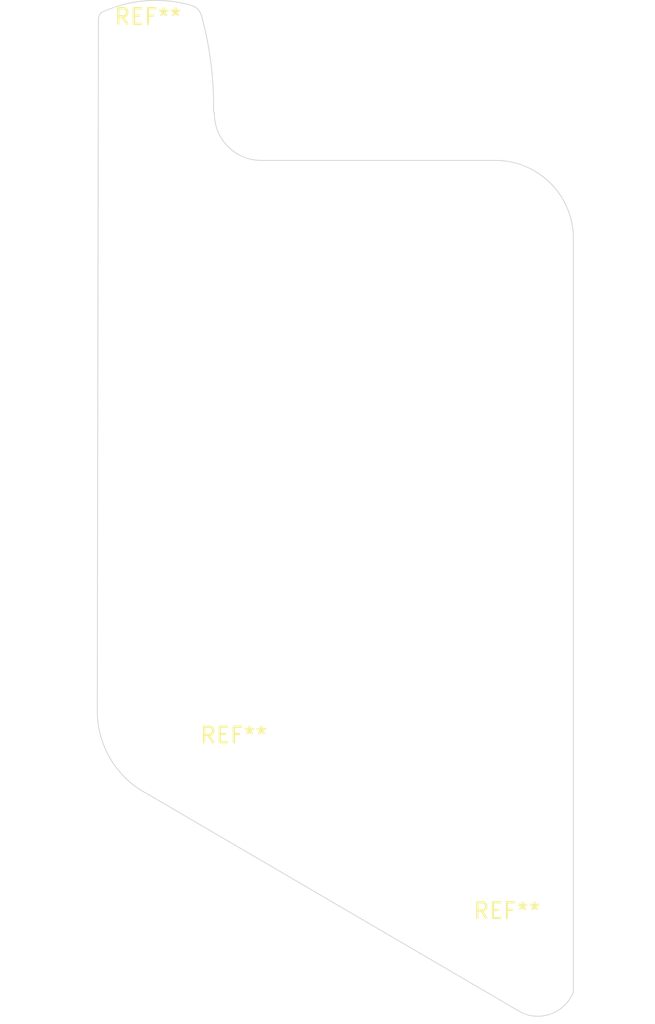
<source format=kicad_pcb>
(kicad_pcb (version 20211014) (generator pcbnew)
  (layers (0 "F.Cu" signal) (31 "B.Cu" signal) (34 "B.Paste" user) (35 "F.Paste" user) (36 "B.SilkS" user "B.Silkscreen") (37 "F.SilkS" user "F.Silkscreen") (38 "B.Mask" user) (39 "F.Mask" user) (44 "Edge.Cuts" user))
  (net 0 "")
  (footprint "MountingHole:MountingHole_2.2mm_M2" (layer "F.Cu") (at 183.25 112.75)
    (fp_text reference "REF**" (at 0 -3.2) (layer "F.SilkS"))
    (fp_text value "MountingHole_2.2mm_M2")
    (pad "" np_thru_hole circle locked (at 0 0) (size 2.2 2.2) (drill 2.2) (layers *.Cu *.Mask))
  )
  (footprint "MountingHole:MountingHole_2.2mm_M2" (layer "F.Cu") (at 200.75 124)
    (fp_text reference "REF**" (at 0 -3.2) (layer "F.SilkS"))
    (fp_text value "MountingHole_2.2mm_M2")
    (pad "" np_thru_hole circle locked (at 0 0) (size 2.2 2.2) (drill 2.2) (layers *.Cu *.Mask))
  )
  (footprint "MountingHole:MountingHole_2.2mm_M2" (layer "F.Cu") (at 177.75 66.75)
    (fp_text reference "REF**" (at 0 -3.2) (layer "F.SilkS"))
    (fp_text value "MountingHole_2.2mm_M2")
    (pad "" np_thru_hole circle locked (at 0 0) (size 2.2 2.2) (drill 2.2) (layers *.Cu *.Mask))
  )
  (gr_line (start 181.949314 69.605711) (end 182 69.75) (layer "Edge.Cuts") (width 0.05))
  (gr_arc (start 200 72.75) (mid 203.535534 74.214466) (end 205 77.75) (layer "Edge.Cuts") (width 0.05))
  (gr_arc (start 185 72.75) (mid 182.87868 71.87132) (end 182 69.75) (layer "Edge.Cuts") (width 0.05))
  (gr_line (start 185 72.75) (end 200 72.75) (layer "Edge.Cuts") (width 0.05))
  (gr_arc (start 181.186258 63.51728) (mid 181.781312 66.534734) (end 181.949314 69.605711) (layer "Edge.Cuts") (width 0.05))
  (gr_arc (start 174.572962 63.75) (mid 174.622421 63.495983) (end 174.76357 63.279079) (layer "Edge.Cuts") (width 0.05))
  (gr_arc (start 205 126) (mid 203.640955 127.366576) (end 201.713893 127.335556) (layer "Edge.Cuts") (width 0.05))
  (gr_line (start 205 77.75) (end 205 126) (layer "Edge.Cuts") (width 0.05))
  (gr_line (start 174.572962 63.75) (end 174.5 108) (layer "Edge.Cuts") (width 0.05))
  (gr_arc (start 177.692674 113.302727) (mid 175.359769 111.094838) (end 174.5 108) (layer "Edge.Cuts") (width 0.05))
  (gr_arc (start 174.76357 63.279079) (mid 177.582007 62.532723) (end 180.483986 62.814059) (layer "Edge.Cuts") (width 0.05))
  (gr_line (start 177.692674 113.302727) (end 201.713893 127.335556) (layer "Edge.Cuts") (width 0.05))
  (gr_arc (start 180.483986 62.814059) (mid 180.93264 63.068283) (end 181.186257 63.517281) (layer "Edge.Cuts") (width 0.05))
)
</source>
